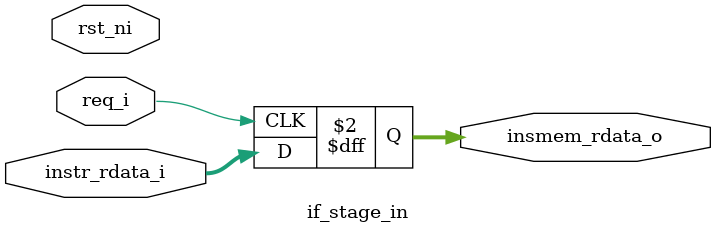
<source format=sv>


module if_stage_in(
	//control signal
	input  logic        req_i,
	input  logic		rst_ni,

	//interface ext / fetch
	output logic [31:0] insmem_rdata_o, //ce nom est pas top
	//output logic 		insmem_err_o,
	
	//interface fetch / MEM
	input  logic [31:0] instr_rdata_i,
	//input  logic 		instr_err_i
);

always_ff @(posedge(req_i)) begin
	insmem_rdata_o <= instr_rdata_i;
	//insmem_err_o   <= instr_err_i;
end

endmodule

</source>
